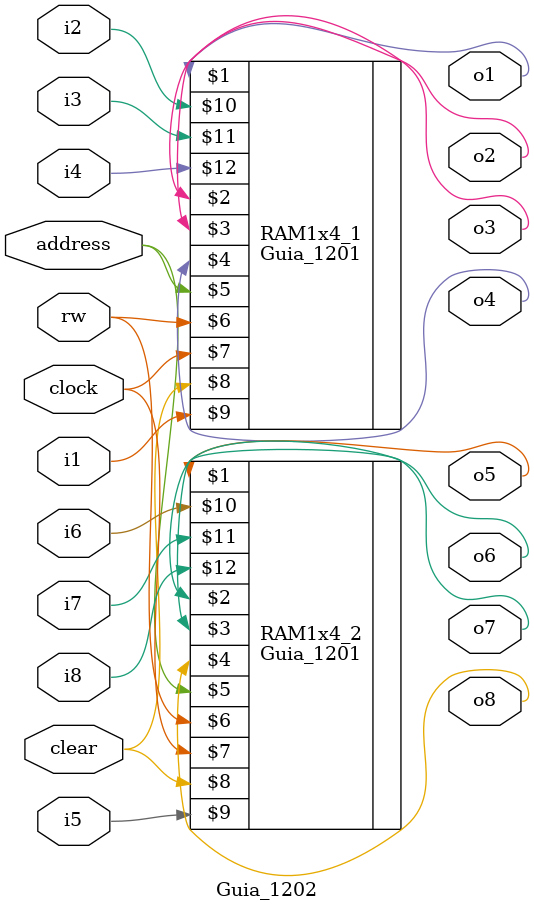
<source format=v>

`include "Guia_1201.v"

module Guia_1202 ( output o1, output o2, output o3, output o4, output o5, output o6, output o7, output o8,
                input address, input rw, input clock, input clear,
                input i1, input i2, input i3, input i4, input i5, input i6, input i7, input i8 );
    // descrição por portas lógicas
    Guia_1201 RAM1x4_1 ( o1, o2, o3, o4, address, rw, clock, clear, i1, i2, i3, i4 );
    Guia_1201 RAM1x4_2 ( o5, o6, o7, o8, address, rw, clock, clear, i5, i6, i7, i8 );
endmodule // ram1x8
</source>
